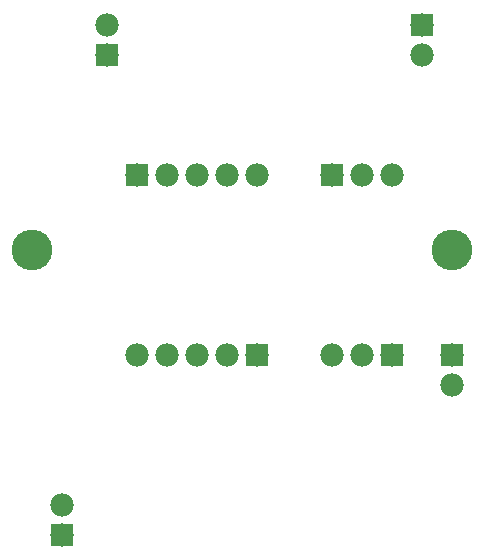
<source format=gts>
G04 MADE WITH FRITZING*
G04 WWW.FRITZING.ORG*
G04 DOUBLE SIDED*
G04 HOLES PLATED*
G04 CONTOUR ON CENTER OF CONTOUR VECTOR*
%ASAXBY*%
%FSLAX23Y23*%
%MOIN*%
%OFA0B0*%
%SFA1.0B1.0*%
%ADD10C,0.135984*%
%ADD11C,0.077559*%
%ADD12R,0.077559X0.077559*%
%LNMASK1*%
G90*
G70*
G54D10*
X1571Y1166D03*
X172Y1166D03*
G54D11*
X1572Y816D03*
X1572Y716D03*
X1172Y1416D03*
X1272Y1416D03*
X1372Y1416D03*
X1372Y816D03*
X1272Y816D03*
X1172Y816D03*
X422Y1816D03*
X422Y1916D03*
X272Y216D03*
X272Y316D03*
X922Y816D03*
X822Y816D03*
X722Y816D03*
X622Y816D03*
X522Y816D03*
X522Y1416D03*
X622Y1416D03*
X722Y1416D03*
X822Y1416D03*
X922Y1416D03*
X1472Y1916D03*
X1472Y1816D03*
G54D12*
X1572Y816D03*
X1172Y1416D03*
X1372Y816D03*
X422Y1816D03*
X272Y216D03*
X922Y816D03*
X522Y1416D03*
X1472Y1916D03*
G04 End of Mask1*
M02*
</source>
